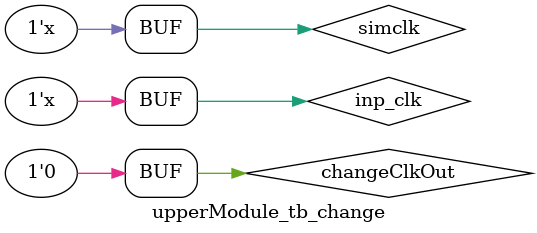
<source format=v>
`timescale 1ns / 1ps


module upperModule_tb_change(

    );

    wire signal_square_100hz;
    wire clk25khz;
    reg simclk;
    wire inp_clk;
    reg [7:0] switches;
    wire switchWire;
    
    reg [7:0] counter;
    reg [7:0] countCeiling;
    reg squarePulse;
    reg rst;
    
    reg [7:0] changeCounter;
    wire changeClk;
    reg changeClkOut;
    
    always begin

    #5 
    simclk = ~simclk;
    
    end
    
    assign inp_clk = (simclk==1'b1);
    
    initial begin 
    simclk = 1'b0;
    switches = 8'b10000000;
    
    squarePulse = 1'd0;
    counter = 8'd0;
    countCeiling = 8'b10000000;
    rst = 1'd1;
    
    changeCounter = 0;
    changeClkOut = 0;
    end
    
    newClk #(1953) clkNew (.FPGAclk(inp_clk), .signal(clk25khz));
    newClk #(29402) clkNews (.FPGAclk(inp_clk), .signal(changeClk));
    
    always @(posedge changeClk) begin
    
    changeCounter <= changeCounter + 1;
    
    if (changeCounter==30) begin
        switches<= switches + 20;
    end
    
    if (changeCounter==60) begin
    switches<= switches - 50;
    end
    
    if (changeCounter==90) begin
    switches<= switches - 50;
    end
    
    if (changeCounter==120) begin
    switches<= switches + 200;
    end
    
    if (changeCounter==150) begin
    switches<= 0;
    changeCounter<=0;
    end
    
    end
    
    
    always @(posedge clk25khz)
    begin
    
    if (switches!=countCeiling && rst!=1'b1) begin
        rst <= 1'b1;
        squarePulse <= 1'd0;
        countCeiling<=switches;
    end
    
    if (rst!=1'd1) begin
    
        squarePulse <= (counter==countCeiling && counter!=8'd255) ? (1'd0) : (squarePulse);
        
        if (counter==8'd255) begin
            counter <= 8'd0;
            squarePulse <= (countCeiling!=1'd0) ? (1'd1) : (1'd0);
        end else begin
            counter <= counter + 1;
        end
    end else begin
        
        counter <= 8'd0;
        squarePulse <= 1'd1;
        rst <= 1'd0;
        countCeiling<=switches;
        
    end
    end 
   
   
endmodule


</source>
